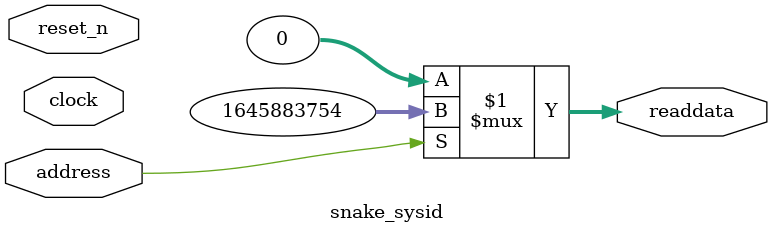
<source format=v>



// synthesis translate_off
`timescale 1ns / 1ps
// synthesis translate_on

// turn off superfluous verilog processor warnings 
// altera message_level Level1 
// altera message_off 10034 10035 10036 10037 10230 10240 10030 

module snake_sysid (
               // inputs:
                address,
                clock,
                reset_n,

               // outputs:
                readdata
             )
;

  output  [ 31: 0] readdata;
  input            address;
  input            clock;
  input            reset_n;

  wire    [ 31: 0] readdata;
  //control_slave, which is an e_avalon_slave
  assign readdata = address ? 1645883754 : 0;

endmodule



</source>
